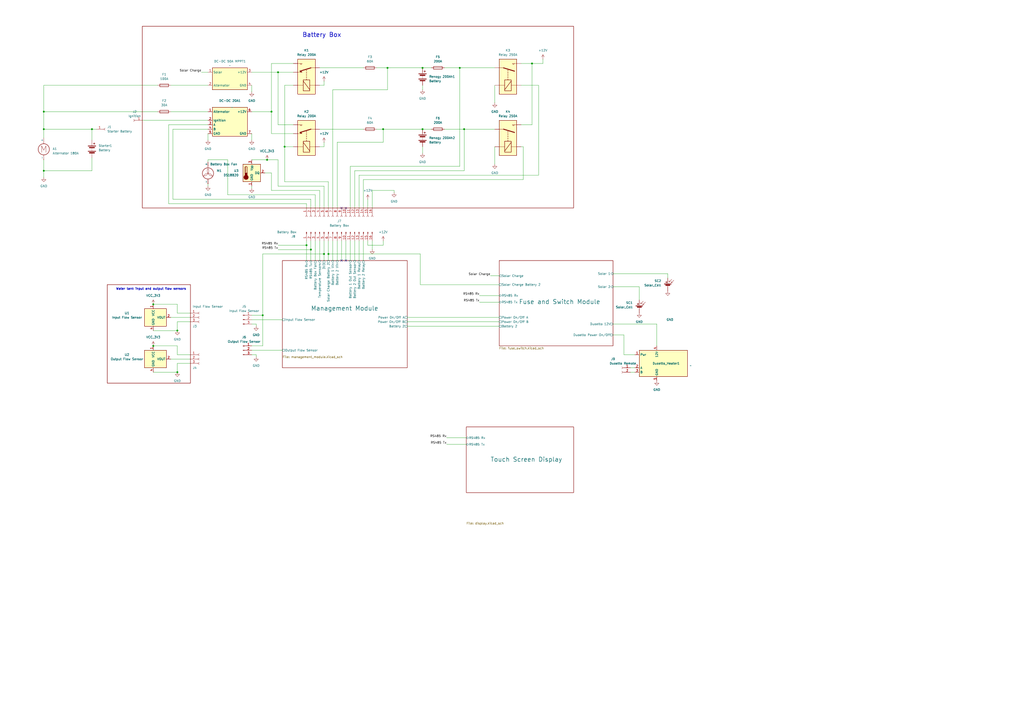
<source format=kicad_sch>
(kicad_sch (version 20250114) (generator "eeschema") (generator_version "9.0")
  (paper "A2")
  (lib_symbols
    (symbol "Conn_01x02_Socket_2" (pin_names (offset 1.016) (hide yes))
      (property "Reference" "J" (at 0 2.54 0))
      (property "Value" "Conn_01x02_Socket" (at 0 -5.08 0))
      (symbol "Conn_01x02_Socket_2_1_1"
        (polyline (pts (xy -1.27 0) (xy -0.508 0)) (stroke (width 0.1524)))
        (polyline (pts (xy -1.27 -2.54) (xy -0.508 -2.54)) (stroke (width 0.1524)))
        (arc (start 0 -0.508) (mid -0.5058 0) (end 0 0.508) (stroke (width 0.1524)))
        (arc (start 0 -3.048) (mid -0.5058 -2.54) (end 0 -2.032) (stroke (width 0.1524)))
        (pin passive line (at -5.08 0 0) (length 3.81) (name "Pin_1") (number "1"))
        (pin passive line (at -5.08 -2.54 0) (length 3.81) (name "Pin_2") (number "2"))
      )
    )
    (symbol "Connector:Conn_01x01_Socket" (pin_names (offset 1.016) (hide yes))
      (property "Reference" "J" (at 0 2.54 0))
      (property "Value" "Conn_01x01_Socket" (at 0 -2.54 0))
      (symbol "Conn_01x01_Socket_1_1"
        (polyline (pts (xy -1.27 0) (xy -0.508 0)) (stroke (width 0.1524)))
        (arc (start 0 -0.508) (mid -0.5058 0) (end 0 0.508) (stroke (width 0.1524)))
        (pin passive line (at -5.08 0 0) (length 3.81) (name "Pin_1") (number "1"))
      )
    )
    (symbol "Connector:Conn_01x03_Pin" (pin_names (offset 1.016) (hide yes))
      (property "Reference" "J" (at 0 5.08 0))
      (property "Value" "Conn_01x03_Pin" (at 0 -5.08 0))
      (symbol "Conn_01x03_Pin_1_1"
        (rectangle (start 0.8636 2.667) (end 0 2.413) (stroke (width 0.1524)) (fill (type outline)))
        (rectangle (start 0.8636 0.127) (end 0 -0.127) (stroke (width 0.1524)) (fill (type outline)))
        (rectangle (start 0.8636 -2.413) (end 0 -2.667) (stroke (width 0.1524)) (fill (type outline)))
        (polyline (pts (xy 1.27 2.54) (xy 0.8636 2.54)) (stroke (width 0.1524)))
        (polyline (pts (xy 1.27 0) (xy 0.8636 0)) (stroke (width 0.1524)))
        (polyline (pts (xy 1.27 -2.54) (xy 0.8636 -2.54)) (stroke (width 0.1524)))
        (pin passive line (at 5.08 2.54 180) (length 3.81) (name "Pin_1") (number "1"))
        (pin passive line (at 5.08 0 180) (length 3.81) (name "Pin_2") (number "2"))
        (pin passive line (at 5.08 -2.54 180) (length 3.81) (name "Pin_3") (number "3"))
      )
    )
    (symbol "Connector:Conn_01x03_Socket" (pin_names (offset 1.016) (hide yes))
      (property "Reference" "J" (at 0 5.08 0))
      (property "Value" "Conn_01x03_Socket" (at 0 -5.08 0))
      (symbol "Conn_01x03_Socket_1_1"
        (polyline (pts (xy -1.27 2.54) (xy -0.508 2.54)) (stroke (width 0.1524)))
        (polyline (pts (xy -1.27 0) (xy -0.508 0)) (stroke (width 0.1524)))
        (polyline (pts (xy -1.27 -2.54) (xy -0.508 -2.54)) (stroke (width 0.1524)))
        (arc (start 0 2.032) (mid -0.5058 2.54) (end 0 3.048) (stroke (width 0.1524)))
        (arc (start 0 -0.508) (mid -0.5058 0) (end 0 0.508) (stroke (width 0.1524)))
        (arc (start 0 -3.048) (mid -0.5058 -2.54) (end 0 -2.032) (stroke (width 0.1524)))
        (pin passive line (at -5.08 2.54 0) (length 3.81) (name "Pin_1") (number "1"))
        (pin passive line (at -5.08 0 0) (length 3.81) (name "Pin_2") (number "2"))
        (pin passive line (at -5.08 -2.54 0) (length 3.81) (name "Pin_3") (number "3"))
      )
    )
    (symbol "Connector:Conn_01x16_Pin" (pin_names (offset 1.016) (hide yes))
      (property "Reference" "J" (at 0 20.32 0))
      (property "Value" "Conn_01x16_Pin" (at 0 -22.86 0))
      (symbol "Conn_01x16_Pin_1_1"
        (rectangle (start 0.8636 17.907) (end 0 17.653) (stroke (width 0.1524)) (fill (type outline)))
        (rectangle (start 0.8636 15.367) (end 0 15.113) (stroke (width 0.1524)) (fill (type outline)))
        (rectangle (start 0.8636 12.827) (end 0 12.573) (stroke (width 0.1524)) (fill (type outline)))
        (rectangle (start 0.8636 10.287) (end 0 10.033) (stroke (width 0.1524)) (fill (type outline)))
        (rectangle (start 0.8636 7.747) (end 0 7.493) (stroke (width 0.1524)) (fill (type outline)))
        (rectangle (start 0.8636 5.207) (end 0 4.953) (stroke (width 0.1524)) (fill (type outline)))
        (rectangle (start 0.8636 2.667) (end 0 2.413) (stroke (width 0.1524)) (fill (type outline)))
        (rectangle (start 0.8636 0.127) (end 0 -0.127) (stroke (width 0.1524)) (fill (type outline)))
        (rectangle (start 0.8636 -2.413) (end 0 -2.667) (stroke (width 0.1524)) (fill (type outline)))
        (rectangle (start 0.8636 -4.953) (end 0 -5.207) (stroke (width 0.1524)) (fill (type outline)))
        (rectangle (start 0.8636 -7.493) (end 0 -7.747) (stroke (width 0.1524)) (fill (type outline)))
        (rectangle (start 0.8636 -10.033) (end 0 -10.287) (stroke (width 0.1524)) (fill (type outline)))
        (rectangle (start 0.8636 -12.573) (end 0 -12.827) (stroke (width 0.1524)) (fill (type outline)))
        (rectangle (start 0.8636 -15.113) (end 0 -15.367) (stroke (width 0.1524)) (fill (type outline)))
        (rectangle (start 0.8636 -17.653) (end 0 -17.907) (stroke (width 0.1524)) (fill (type outline)))
        (rectangle (start 0.8636 -20.193) (end 0 -20.447) (stroke (width 0.1524)) (fill (type outline)))
        (polyline (pts (xy 1.27 17.78) (xy 0.8636 17.78)) (stroke (width 0.1524)))
        (polyline (pts (xy 1.27 15.24) (xy 0.8636 15.24)) (stroke (width 0.1524)))
        (polyline (pts (xy 1.27 12.7) (xy 0.8636 12.7)) (stroke (width 0.1524)))
        (polyline (pts (xy 1.27 10.16) (xy 0.8636 10.16)) (stroke (width 0.1524)))
        (polyline (pts (xy 1.27 7.62) (xy 0.8636 7.62)) (stroke (width 0.1524)))
        (polyline (pts (xy 1.27 5.08) (xy 0.8636 5.08)) (stroke (width 0.1524)))
        (polyline (pts (xy 1.27 2.54) (xy 0.8636 2.54)) (stroke (width 0.1524)))
        (polyline (pts (xy 1.27 0) (xy 0.8636 0)) (stroke (width 0.1524)))
        (polyline (pts (xy 1.27 -2.54) (xy 0.8636 -2.54)) (stroke (width 0.1524)))
        (polyline (pts (xy 1.27 -5.08) (xy 0.8636 -5.08)) (stroke (width 0.1524)))
        (polyline (pts (xy 1.27 -7.62) (xy 0.8636 -7.62)) (stroke (width 0.1524)))
        (polyline (pts (xy 1.27 -10.16) (xy 0.8636 -10.16)) (stroke (width 0.1524)))
        (polyline (pts (xy 1.27 -12.7) (xy 0.8636 -12.7)) (stroke (width 0.1524)))
        (polyline (pts (xy 1.27 -15.24) (xy 0.8636 -15.24)) (stroke (width 0.1524)))
        (polyline (pts (xy 1.27 -17.78) (xy 0.8636 -17.78)) (stroke (width 0.1524)))
        (polyline (pts (xy 1.27 -20.32) (xy 0.8636 -20.32)) (stroke (width 0.1524)))
        (pin passive line (at 5.08 17.78 180) (length 3.81) (name "Pin_1") (number "1"))
        (pin passive line (at 5.08 15.24 180) (length 3.81) (name "Pin_2") (number "2"))
        (pin passive line (at 5.08 12.7 180) (length 3.81) (name "Pin_3") (number "3"))
        (pin passive line (at 5.08 10.16 180) (length 3.81) (name "Pin_4") (number "4"))
        (pin passive line (at 5.08 7.62 180) (length 3.81) (name "Pin_5") (number "5"))
        (pin passive line (at 5.08 5.08 180) (length 3.81) (name "Pin_6") (number "6"))
        (pin passive line (at 5.08 2.54 180) (length 3.81) (name "Pin_7") (number "7"))
        (pin passive line (at 5.08 0 180) (length 3.81) (name "Pin_8") (number "8"))
        (pin passive line (at 5.08 -2.54 180) (length 3.81) (name "Pin_9") (number "9"))
        (pin passive line (at 5.08 -5.08 180) (length 3.81) (name "Pin_10") (number "10"))
        (pin passive line (at 5.08 -7.62 180) (length 3.81) (name "Pin_11") (number "11"))
        (pin passive line (at 5.08 -10.16 180) (length 3.81) (name "Pin_12") (number "12"))
        (pin passive line (at 5.08 -12.7 180) (length 3.81) (name "Pin_13") (number "13"))
        (pin passive line (at 5.08 -15.24 180) (length 3.81) (name "Pin_14") (number "14"))
        (pin passive line (at 5.08 -17.78 180) (length 3.81) (name "Pin_15") (number "15"))
        (pin passive line (at 5.08 -20.32 180) (length 3.81) (name "Pin_16") (number "16"))
      )
    )
    (symbol "Connector:Conn_01x16_Socket" (pin_names (offset 1.016) (hide yes))
      (property "Reference" "J" (at 0 20.32 0))
      (property "Value" "Conn_01x16_Socket" (at 0 -22.86 0))
      (symbol "Conn_01x16_Socket_1_1"
        (polyline (pts (xy -1.27 17.78) (xy -0.508 17.78)) (stroke (width 0.1524)))
        (polyline (pts (xy -1.27 15.24) (xy -0.508 15.24)) (stroke (width 0.1524)))
        (polyline (pts (xy -1.27 12.7) (xy -0.508 12.7)) (stroke (width 0.1524)))
        (polyline (pts (xy -1.27 10.16) (xy -0.508 10.16)) (stroke (width 0.1524)))
        (polyline (pts (xy -1.27 7.62) (xy -0.508 7.62)) (stroke (width 0.1524)))
        (polyline (pts (xy -1.27 5.08) (xy -0.508 5.08)) (stroke (width 0.1524)))
        (polyline (pts (xy -1.27 2.54) (xy -0.508 2.54)) (stroke (width 0.1524)))
        (polyline (pts (xy -1.27 0) (xy -0.508 0)) (stroke (width 0.1524)))
        (polyline (pts (xy -1.27 -2.54) (xy -0.508 -2.54)) (stroke (width 0.1524)))
        (polyline (pts (xy -1.27 -5.08) (xy -0.508 -5.08)) (stroke (width 0.1524)))
        (polyline (pts (xy -1.27 -7.62) (xy -0.508 -7.62)) (stroke (width 0.1524)))
        (polyline (pts (xy -1.27 -10.16) (xy -0.508 -10.16)) (stroke (width 0.1524)))
        (polyline (pts (xy -1.27 -12.7) (xy -0.508 -12.7)) (stroke (width 0.1524)))
        (polyline (pts (xy -1.27 -15.24) (xy -0.508 -15.24)) (stroke (width 0.1524)))
        (polyline (pts (xy -1.27 -17.78) (xy -0.508 -17.78)) (stroke (width 0.1524)))
        (polyline (pts (xy -1.27 -20.32) (xy -0.508 -20.32)) (stroke (width 0.1524)))
        (arc (start 0 17.272) (mid -0.5058 17.78) (end 0 18.288) (stroke (width 0.1524)))
        (arc (start 0 14.732) (mid -0.5058 15.24) (end 0 15.748) (stroke (width 0.1524)))
        (arc (start 0 12.192) (mid -0.5058 12.7) (end 0 13.208) (stroke (width 0.1524)))
        (arc (start 0 9.652) (mid -0.5058 10.16) (end 0 10.668) (stroke (width 0.1524)))
        (arc (start 0 7.112) (mid -0.5058 7.62) (end 0 8.128) (stroke (width 0.1524)))
        (arc (start 0 4.572) (mid -0.5058 5.08) (end 0 5.588) (stroke (width 0.1524)))
        (arc (start 0 2.032) (mid -0.5058 2.54) (end 0 3.048) (stroke (width 0.1524)))
        (arc (start 0 -0.508) (mid -0.5058 0) (end 0 0.508) (stroke (width 0.1524)))
        (arc (start 0 -3.048) (mid -0.5058 -2.54) (end 0 -2.032) (stroke (width 0.1524)))
        (arc (start 0 -5.588) (mid -0.5058 -5.08) (end 0 -4.572) (stroke (width 0.1524)))
        (arc (start 0 -8.128) (mid -0.5058 -7.62) (end 0 -7.112) (stroke (width 0.1524)))
        (arc (start 0 -10.668) (mid -0.5058 -10.16) (end 0 -9.652) (stroke (width 0.1524)))
        (arc (start 0 -13.208) (mid -0.5058 -12.7) (end 0 -12.192) (stroke (width 0.1524)))
        (arc (start 0 -15.748) (mid -0.5058 -15.24) (end 0 -14.732) (stroke (width 0.1524)))
        (arc (start 0 -18.288) (mid -0.5058 -17.78) (end 0 -17.272) (stroke (width 0.1524)))
        (arc (start 0 -20.828) (mid -0.5058 -20.32) (end 0 -19.812) (stroke (width 0.1524)))
        (pin passive line (at -5.08 17.78 0) (length 3.81) (name "Pin_1") (number "1"))
        (pin passive line (at -5.08 15.24 0) (length 3.81) (name "Pin_2") (number "2"))
        (pin passive line (at -5.08 12.7 0) (length 3.81) (name "Pin_3") (number "3"))
        (pin passive line (at -5.08 10.16 0) (length 3.81) (name "Pin_4") (number "4"))
        (pin passive line (at -5.08 7.62 0) (length 3.81) (name "Pin_5") (number "5"))
        (pin passive line (at -5.08 5.08 0) (length 3.81) (name "Pin_6") (number "6"))
        (pin passive line (at -5.08 2.54 0) (length 3.81) (name "Pin_7") (number "7"))
        (pin passive line (at -5.08 0 0) (length 3.81) (name "Pin_8") (number "8"))
        (pin passive line (at -5.08 -2.54 0) (length 3.81) (name "Pin_9") (number "9"))
        (pin passive line (at -5.08 -5.08 0) (length 3.81) (name "Pin_10") (number "10"))
        (pin passive line (at -5.08 -7.62 0) (length 3.81) (name "Pin_11") (number "11"))
        (pin passive line (at -5.08 -10.16 0) (length 3.81) (name "Pin_12") (number "12"))
        (pin passive line (at -5.08 -12.7 0) (length 3.81) (name "Pin_13") (number "13"))
        (pin passive line (at -5.08 -15.24 0) (length 3.81) (name "Pin_14") (number "14"))
        (pin passive line (at -5.08 -17.78 0) (length 3.81) (name "Pin_15") (number "15"))
        (pin passive line (at -5.08 -20.32 0) (length 3.81) (name "Pin_16") (number "16"))
      )
    )
    (symbol "Device:Battery" (pin_numbers (hide yes)) (pin_names (offset 0) (hide yes))
      (property "Reference" "BT" (at 2.54 2.54 0))
      (property "Value" "Battery" (at 2.54 0 0))
      (symbol "Battery_0_1"
        (rectangle (start -2.286 1.778) (end 2.286 1.524) (fill (type outline)))
        (rectangle (start -2.286 -1.27) (end 2.286 -1.524) (fill (type outline)))
        (rectangle (start -1.524 1.016) (end 1.524 0.508) (fill (type outline)))
        (rectangle (start -1.524 -2.032) (end 1.524 -2.54) (fill (type outline)))
        (polyline (pts (xy 0 1.778) (xy 0 2.54)))
        (polyline (pts (xy 0 0) (xy 0 0.254)))
        (polyline (pts (xy 0 -0.508) (xy 0 -0.254)))
        (polyline (pts (xy 0 -1.016) (xy 0 -0.762)))
        (polyline (pts (xy 0.762 3.048) (xy 1.778 3.048)) (stroke (width 0.254)))
        (polyline (pts (xy 1.27 3.556) (xy 1.27 2.54)) (stroke (width 0.254)))
      )
      (symbol "Battery_1_1"
        (pin passive line (at 0 5.08 270) (length 2.54) (name "+") (number "1"))
        (pin passive line (at 0 -5.08 90) (length 2.54) (name "-") (number "2"))
      )
    )
    (symbol "Device:Fuse" (pin_numbers (hide yes)) (pin_names (offset 0))
      (property "Reference" "F" (at 2.032 0 90))
      (property "Value" "Fuse" (at -1.905 0 90))
      (symbol "Fuse_0_1"
        (rectangle (start -0.762 -2.54) (end 0.762 2.54) (stroke (width 0.254)))
        (polyline (pts (xy 0 2.54) (xy 0 -2.54)))
      )
      (symbol "Fuse_1_1"
        (pin passive line (at 0 3.81 270) (length 1.27) (name "~") (number "1"))
        (pin passive line (at 0 -3.81 90) (length 1.27) (name "~") (number "2"))
      )
    )
    (symbol "Device:Solar_Cell" (pin_numbers (hide yes)) (pin_names (offset 0) (hide yes))
      (property "Reference" "SC" (at 2.54 2.54 0))
      (property "Value" "Solar_Cell" (at 2.54 0 0))
      (symbol "Solar_Cell_0_1"
        (polyline (pts (xy -2.032 3.048) (xy -2.032 2.286) (xy -2.794 2.286)))
        (polyline (pts (xy -2.032 2.286) (xy -3.556 3.81)))
        (rectangle (start -2.032 1.778) (end 2.032 1.524) (fill (type outline)))
        (rectangle (start -1.3208 1.1938) (end 1.27 0.6858) (fill (type outline)))
        (polyline (pts (xy -0.762 3.556) (xy -0.762 2.794) (xy -1.524 2.794)))
        (polyline (pts (xy -0.762 2.794) (xy -2.286 4.318)))
        (polyline (pts (xy 0 1.778) (xy 0 2.54)))
        (polyline (pts (xy 0 0.762) (xy 0 0)))
        (polyline (pts (xy 0.254 2.667) (xy 1.27 2.667)) (stroke (width 0.254)))
        (polyline (pts (xy 0.762 3.175) (xy 0.762 2.159)) (stroke (width 0.254)))
      )
      (symbol "Solar_Cell_1_1"
        (pin passive line (at 0 5.08 270) (length 2.54) (name "+") (number "1"))
        (pin passive line (at 0 -2.54 90) (length 2.54) (name "-") (number "2"))
      )
    )
    (symbol "Motor:Fan" (pin_numbers (hide yes)) (pin_names (offset 0))
      (property "Reference" "M" (at 2.54 5.08 0))
      (property "Value" "Fan" (at 2.54 -2.54 0))
      (symbol "Fan_0_1"
        (arc (start 0 3.81) (mid -0.0015 0.9048) (end -2.54 -0.508))
        (polyline (pts (xy 0 4.572) (xy 0 5.08)))
        (polyline (pts (xy 0 4.2672) (xy 0 4.6228)))
        (circle (center 0 1.016) (radius 3.2512) (stroke (width 0.254)))
        (arc (start -2.54 -0.508) (mid 0 1.0618) (end 2.54 -0.508))
        (polyline (pts (xy 0 -2.2352) (xy 0 -2.6416)))
        (polyline (pts (xy 0 -5.08) (xy 0 -4.572)))
        (arc (start 2.54 -0.508) (mid 0.047 0.9315) (end 0 3.81))
      )
      (symbol "Fan_1_1"
        (pin passive line (at 0 7.62 270) (length 2.54) (name "+") (number "1"))
        (pin passive line (at 0 -5.08 90) (length 2.54) (name "-") (number "2"))
      )
    )
    (symbol "Motor:Motor_DC" (pin_numbers (hide yes)) (pin_names (offset 0))
      (property "Reference" "M" (at 2.54 2.54 0))
      (property "Value" "Motor_DC" (at 2.54 -5.08 0))
      (symbol "Motor_DC_0_0"
        (polyline (pts (xy -1.27 -3.302) (xy -1.27 0.508) (xy 0 -2.032) (xy 1.27 0.508) (xy 1.27 -3.302)))
      )
      (symbol "Motor_DC_0_1"
        (polyline (pts (xy 0 2.032) (xy 0 2.54)))
        (polyline (pts (xy 0 1.7272) (xy 0 2.0828)))
        (circle (center 0 -1.524) (radius 3.2512) (stroke (width 0.254)))
        (polyline (pts (xy 0 -4.7752) (xy 0 -5.1816)))
        (polyline (pts (xy 0 -7.62) (xy 0 -7.112)))
      )
      (symbol "Motor_DC_1_1"
        (pin passive line (at 0 5.08 270) (length 2.54) (name "+") (number "1"))
        (pin passive line (at 0 -7.62 90) (length 2.54) (name "-") (number "2"))
      )
    )
    (symbol "Relay:Relay_SPDT" (pin_numbers (hide yes))
      (property "Reference" "K" (at 11.43 3.81 0))
      (property "Value" "Relay_SPDT" (at 11.43 1.27 0))
      (symbol "Relay_SPDT_0_0"
        (polyline (pts (xy 7.62 5.08) (xy 7.62 2.54) (xy 6.985 3.175) (xy 7.62 3.81)))
      )
      (symbol "Relay_SPDT_0_1"
        (rectangle (start -10.16 5.08) (end 10.16 -5.08) (stroke (width 0.254)) (fill (type background)))
        (rectangle (start -8.255 1.905) (end -1.905 -1.905) (stroke (width 0.254)))
        (polyline (pts (xy -7.62 -1.905) (xy -2.54 1.905)) (stroke (width 0.254)))
        (polyline (pts (xy -5.08 5.08) (xy -5.08 1.905)))
        (polyline (pts (xy -5.08 -5.08) (xy -5.08 -1.905)))
        (polyline (pts (xy -1.905 0) (xy -1.27 0)) (stroke (width 0.254)))
        (polyline (pts (xy -0.635 0) (xy 0 0)) (stroke (width 0.254)))
        (polyline (pts (xy 0.635 0) (xy 1.27 0)) (stroke (width 0.254)))
        (polyline (pts (xy 1.905 0) (xy 2.54 0)) (stroke (width 0.254)))
        (polyline (pts (xy 2.54 5.08) (xy 2.54 2.54) (xy 3.175 3.175) (xy 2.54 3.81)) (fill (type outline)))
        (polyline (pts (xy 3.175 0) (xy 3.81 0)) (stroke (width 0.254)))
        (polyline (pts (xy 5.08 -2.54) (xy 3.175 3.81)) (stroke (width 0.508)))
        (polyline (pts (xy 5.08 -2.54) (xy 5.08 -5.08)))
      )
      (symbol "Relay_SPDT_1_1"
        (pin passive line (at -5.08 7.62 270) (length 2.54) (name "~") (number "A1"))
        (pin passive line (at -5.08 -7.62 90) (length 2.54) (name "~") (number "A2"))
        (pin passive line (at 2.54 7.62 270) (length 2.54) (name "~") (number "12"))
        (pin passive line (at 5.08 -7.62 90) (length 2.54) (name "~") (number "11"))
        (pin passive line (at 7.62 7.62 270) (length 2.54) (name "~") (number "14"))
      )
    )
    (symbol "Relay:Relay_SPST-NO" (pin_numbers (hide yes))
      (property "Reference" "K" (at 11.43 3.81 0))
      (property "Value" "Relay_SPST-NO" (at 11.43 1.27 0))
      (symbol "Relay_SPST-NO_0_0"
        (polyline (pts (xy 7.62 5.08) (xy 7.62 2.54) (xy 6.985 3.175) (xy 7.62 3.81)))
      )
      (symbol "Relay_SPST-NO_0_1"
        (rectangle (start -10.16 5.08) (end 10.16 -5.08) (stroke (width 0.254)) (fill (type background)))
        (rectangle (start -8.255 1.905) (end -1.905 -1.905) (stroke (width 0.254)))
        (polyline (pts (xy -7.62 -1.905) (xy -2.54 1.905)) (stroke (width 0.254)))
        (polyline (pts (xy -5.08 5.08) (xy -5.08 1.905)))
        (polyline (pts (xy -5.08 -5.08) (xy -5.08 -1.905)))
        (polyline (pts (xy -1.905 0) (xy -1.27 0)) (stroke (width 0.254)))
        (polyline (pts (xy -0.635 0) (xy 0 0)) (stroke (width 0.254)))
        (polyline (pts (xy 0.635 0) (xy 1.27 0)) (stroke (width 0.254)))
        (polyline (pts (xy 1.905 0) (xy 2.54 0)) (stroke (width 0.254)))
        (polyline (pts (xy 3.175 0) (xy 3.81 0)) (stroke (width 0.254)))
        (polyline (pts (xy 5.08 -2.54) (xy 3.175 3.81)) (stroke (width 0.508)))
        (polyline (pts (xy 5.08 -2.54) (xy 5.08 -5.08)))
      )
      (symbol "Relay_SPST-NO_1_1"
        (pin passive line (at -5.08 7.62 270) (length 2.54) (name "~") (number "A1"))
        (pin passive line (at -5.08 -7.62 90) (length 2.54) (name "~") (number "A2"))
        (pin passive line (at 5.08 -7.62 90) (length 2.54) (name "~") (number "13"))
        (pin passive line (at 7.62 7.62 270) (length 2.54) (name "~") (number "14"))
      )
    )
    (symbol "Relay_SPDT_1" (pin_numbers (hide yes))
      (property "Reference" "K" (at 11.43 3.81 0))
      (property "Value" "Relay_SPDT" (at 11.43 1.27 0))
      (symbol "Relay_SPDT_1_0_0"
        (polyline (pts (xy 7.62 5.08) (xy 7.62 2.54) (xy 6.985 3.175) (xy 7.62 3.81)))
      )
      (symbol "Relay_SPDT_1_0_1"
        (rectangle (start -10.16 5.08) (end 10.16 -5.08) (stroke (width 0.254)) (fill (type background)))
        (rectangle (start -8.255 1.905) (end -1.905 -1.905) (stroke (width 0.254)))
        (polyline (pts (xy -7.62 -1.905) (xy -2.54 1.905)) (stroke (width 0.254)))
        (polyline (pts (xy -5.08 5.08) (xy -5.08 1.905)))
        (polyline (pts (xy -5.08 -5.08) (xy -5.08 -1.905)))
        (polyline (pts (xy -1.905 0) (xy -1.27 0)) (stroke (width 0.254)))
        (polyline (pts (xy -0.635 0) (xy 0 0)) (stroke (width 0.254)))
        (polyline (pts (xy 0.635 0) (xy 1.27 0)) (stroke (width 0.254)))
        (polyline (pts (xy 1.905 0) (xy 2.54 0)) (stroke (width 0.254)))
        (polyline (pts (xy 2.54 5.08) (xy 2.54 2.54) (xy 3.175 3.175) (xy 2.54 3.81)) (fill (type outline)))
        (polyline (pts (xy 3.175 0) (xy 3.81 0)) (stroke (width 0.254)))
        (polyline (pts (xy 5.08 -2.54) (xy 3.175 3.81)) (stroke (width 0.508)))
        (polyline (pts (xy 5.08 -2.54) (xy 5.08 -5.08)))
      )
      (symbol "Relay_SPDT_1_1_1"
        (pin passive line (at -5.08 7.62 270) (length 2.54) (name "~") (number "A1"))
        (pin passive line (at -5.08 -7.62 90) (length 2.54) (name "~") (number "A2"))
        (pin passive line (at 2.54 7.62 270) (length 2.54) (name "~") (number "12"))
        (pin passive line (at 5.08 -7.62 90) (length 2.54) (name "~") (number "11"))
        (pin passive line (at 7.62 7.62 270) (length 2.54) (name "~") (number "14"))
      )
    )
    (symbol "Sensor_Current:A1363xKTTN-1"
      (property "Reference" "U" (at 8.89 6.35 0))
      (property "Value" "A1363xKTTN-1" (at 8.89 3.81 0))
      (symbol "A1363xKTTN-1_0_1"
        (rectangle (start -5.08 5.08) (end 7.62 -5.08) (stroke (width 0.254)) (fill (type background)))
      )
      (symbol "A1363xKTTN-1_1_1"
        (pin power_in line (at 0 7.62 270) (length 2.54) (name "VCC") (number "1"))
        (pin power_in line (at 0 -7.62 90) (length 2.54) (name "GND") (number "4"))
        (pin no_connect line (at 7.62 -2.54 180) (length 2.54) (hide yes) (name "NC") (number "3"))
        (pin output line (at 10.16 0 180) (length 2.54) (name "VOUT") (number "2"))
      )
    )
    (symbol "Sensor_Temperature:DS18B20"
      (property "Reference" "U" (at -3.81 6.35 0))
      (property "Value" "DS18B20" (at 6.35 6.35 0))
      (symbol "DS18B20_0_1"
        (rectangle (start -5.08 5.08) (end 5.08 -5.08) (stroke (width 0.254)) (fill (type background)))
        (polyline (pts (xy -3.937 3.175) (xy -3.937 0)) (stroke (width 0.254)))
        (polyline (pts (xy -3.937 3.175) (xy -3.302 3.175)) (stroke (width 0.254)))
        (polyline (pts (xy -3.937 2.54) (xy -3.302 2.54)) (stroke (width 0.254)))
        (polyline (pts (xy -3.937 1.905) (xy -3.302 1.905)) (stroke (width 0.254)))
        (polyline (pts (xy -3.937 1.27) (xy -3.302 1.27)) (stroke (width 0.254)))
        (polyline (pts (xy -3.937 0.635) (xy -3.302 0.635)) (stroke (width 0.254)))
        (arc (start -3.937 3.175) (mid -3.302 3.8073) (end -2.667 3.175) (stroke (width 0.254)))
        (circle (center -3.302 -2.54) (radius 1.27) (stroke (width 0.254)) (fill (type outline)))
        (polyline (pts (xy -2.667 3.175) (xy -2.667 0)) (stroke (width 0.254)))
        (rectangle (start -2.667 -1.905) (end -3.937 0) (stroke (width 0.254)) (fill (type outline)))
      )
      (symbol "DS18B20_1_1"
        (pin power_in line (at 0 7.62 270) (length 2.54) (name "V_{DD}") (number "3"))
        (pin power_in line (at 0 -7.62 90) (length 2.54) (name "GND") (number "1"))
        (pin bidirectional line (at 7.62 0 180) (length 2.54) (name "DQ") (number "2"))
      )
    )
    (symbol "camper_van:DC-DC_20A"
      (property "Reference" "DC-DC 20A1" (at -2.54 3.81 0))
      (property "Value" "~" (at -1.27 0 0))
      (symbol "DC-DC_20A_0_1"
        (rectangle (start -12.7 0) (end 7.62 -16.764) (stroke (width 0.254)) (fill (type background)))
      )
      (symbol "DC-DC_20A_1_1"
        (pin output line (at -15.24 -2.54 0) (length 2.54) (name "Alternator") (number "1"))
        (pin input line (at -15.24 -7.62 0) (length 2.54) (name "Ignition") (number "2"))
        (pin output line (at -15.24 -10.16 0) (length 2.54) (name "A") (number "3"))
        (pin input line (at -15.24 -12.7 0) (length 2.54) (name "B") (number "4"))
        (pin power_in line (at -15.24 -15.24 0) (length 2.54) (name "GND") (number "5"))
        (pin power_out line (at 10.16 -2.54 180) (length 2.54) (name "+12V") (number "6"))
        (pin input line (at 10.16 -15.24 180) (length 2.54) (name "GND") (number "7"))
      )
    )
    (symbol "camper_van:DC-DC_IP67_50A"
      (property "Reference" "DC-DC 50A MPPT1" (at -1.27 2.54 0))
      (property "Value" "~" (at -1.27 0 0))
      (symbol "DC-DC_IP67_50A_0_1"
        (rectangle (start -11.43 -1.27) (end 8.89 -13.97) (stroke (width 0.254)) (fill (type background)))
      )
      (symbol "DC-DC_IP67_50A_1_1"
        (pin input line (at -13.97 -3.81 0) (length 2.54) (name "Solar") (number "1"))
        (pin input line (at -13.97 -11.43 0) (length 2.54) (name "Alternator") (number "2"))
        (pin power_out line (at 11.43 -3.81 180) (length 2.54) (name "+12V") (number "3"))
        (pin input line (at 11.43 -11.43 180) (length 2.54) (name "GND") (number "4"))
      )
    )
    (symbol "camper_van:Duoetto"
      (property "Reference" "Duoetto Heater1" (at 5.08 0 0))
      (property "Value" "~" (at 26.67 -1.27 0))
      (symbol "Duoetto_0_1"
        (rectangle (start -2.54 7.62) (end 25.4 -7.62) (stroke (width 0.254)) (fill (type background)))
      )
      (symbol "Duoetto_1_1"
        (pin input line (at -5.08 5.08 0) (length 2.54) (name "Pwr") (number "1"))
        (pin output line (at -5.08 -2.54 0) (length 2.54) (name "A") (number "2"))
        (pin input line (at -5.08 -5.08 0) (length 2.54) (name "B") (number "3"))
        (pin input line (at 7.62 10.16 270) (length 2.54) (name "12V") (number "4"))
        (pin power_in line (at 7.62 -10.16 90) (length 2.54) (name "GND") (number "5"))
      )
    )
    (symbol "power:+12V" (power) (pin_numbers (hide yes)) (pin_names (offset 0) (hide yes))
      (property "Value" "+12V" (at 0 3.556 0))
      (symbol "+12V_0_1"
        (polyline (pts (xy -0.762 1.27) (xy 0 2.54)))
        (polyline (pts (xy 0 2.54) (xy 0.762 1.27)))
        (polyline (pts (xy 0 0) (xy 0 2.54)))
      )
      (symbol "+12V_1_1"
        (pin power_in line (at 0 0 90) (length 0) (name "~") (number "1"))
      )
    )
    (symbol "power:+5V" (power) (pin_numbers (hide yes)) (pin_names (offset 0) (hide yes))
      (property "Value" "+5V" (at 0 3.556 0))
      (symbol "+5V_0_1"
        (polyline (pts (xy -0.762 1.27) (xy 0 2.54)))
        (polyline (pts (xy 0 2.54) (xy 0.762 1.27)))
        (polyline (pts (xy 0 0) (xy 0 2.54)))
      )
      (symbol "+5V_1_1"
        (pin power_in line (at 0 0 90) (length 0) (name "~") (number "1"))
      )
    )
    (symbol "power:GND" (power) (pin_numbers (hide yes)) (pin_names (offset 0) (hide yes))
      (property "Value" "GND" (at 0 -3.81 0))
      (symbol "GND_0_1"
        (polyline (pts (xy 0 0) (xy 0 -1.27) (xy 1.27 -1.27) (xy 0 -2.54) (xy -1.27 -1.27) (xy 0 -1.27)))
      )
      (symbol "GND_1_1"
        (pin power_in line (at 0 0 270) (length 0) (name "~") (number "1"))
      )
    )
  )
  (rectangle (start 62.23 165.1) (end 110.49 222.25) (stroke (width 0.254) (color 132 0 0 1)))
  (rectangle (start 82.55 15.24) (end 332.74 120.65) (stroke (width 0.254) (color 132 0 0 1)))
  (text "Battery Box" (at 186.69 20.32 0) (effects (font (size 2.54 2.54) (thickness 0.3175))))
  (text "Water tank input and output flow sensors" (at 87.63 167.64 0) (effects (font (size 1.27 1.27) (thickness 0.254) (bold yes))))
  (junction (at 269.24 74.93))
  (junction (at 177.8 142.24))
  (junction (at 157.48 64.77))
  (junction (at 25.4 74.93))
  (junction (at 53.34 74.93))
  (junction (at 245.11 74.93))
  (junction (at 88.9 176.53))
  (junction (at 161.29 41.91))
  (junction (at 180.34 144.78))
  (junction (at 165.1 85.09))
  (junction (at 102.87 191.77))
  (junction (at 222.25 74.93))
  (junction (at 190.5 147.32))
  (junction (at 102.87 215.9))
  (junction (at 187.96 147.32))
  (junction (at 224.79 39.37))
  (junction (at 25.4 64.77))
  (junction (at 308.61 36.83))
  (junction (at 88.9 200.66))
  (junction (at 25.4 99.06))
  (junction (at 154.94 92.71))
  (junction (at 152.4 182.88))
  (junction (at 245.11 39.37))
  (junction (at 266.7 39.37))
  (no_connect (at 200.66 120.65))
  (no_connect (at 198.12 120.65))
  (no_connect (at 200.66 151.13))
  (no_connect (at 198.12 151.13))
  (wire (pts (xy 110.49 184.15) (xy 99.06 184.15)))
  (wire (pts (xy 302.26 72.39) (xy 308.61 72.39)))
  (wire (pts (xy 203.2 120.65) (xy 203.2 96.52)))
  (wire (pts (xy 146.05 77.47) (xy 146.05 81.28)))
  (wire (pts (xy 152.4 182.88) (xy 152.4 200.66)))
  (wire (pts (xy 365.76 215.9) (xy 368.3 215.9)))
  (wire (pts (xy 146.05 182.88) (xy 152.4 182.88)))
  (wire (pts (xy 245.11 85.09) (xy 245.11 88.9)))
  (wire (pts (xy 215.9 110.49) (xy 215.9 120.65)))
  (wire (pts (xy 245.11 49.53) (xy 245.11 52.07)))
  (wire (pts (xy 120.65 106.68) (xy 120.65 107.95)))
  (wire (pts (xy 161.29 144.78) (xy 180.34 144.78)))
  (wire (pts (xy 185.42 139.7) (xy 185.42 151.13)))
  (wire (pts (xy 100.33 74.93) (xy 120.65 74.93)))
  (wire (pts (xy 148.59 205.74) (xy 148.59 207.01)))
  (wire (pts (xy 243.84 165.1) (xy 243.84 147.32)))
  (wire (pts (xy 97.79 72.39) (xy 120.65 72.39)))
  (wire (pts (xy 146.05 109.22) (xy 146.05 107.95)))
  (wire (pts (xy 182.88 113.03) (xy 182.88 120.65)))
  (wire (pts (xy 165.1 85.09) (xy 165.1 105.41)))
  (wire (pts (xy 165.1 49.53) (xy 165.1 85.09)))
  (wire (pts (xy 370.84 166.37) (xy 370.84 173.99)))
  (wire (pts (xy 53.34 74.93) (xy 53.34 81.28)))
  (wire (pts (xy 146.05 64.77) (xy 157.48 64.77)))
  (wire (pts (xy 146.05 200.66) (xy 152.4 200.66)))
  (wire (pts (xy 228.6 110.49) (xy 228.6 111.76)))
  (wire (pts (xy 303.53 85.09) (xy 303.53 104.14)))
  (wire (pts (xy 203.2 139.7) (xy 203.2 151.13)))
  (wire (pts (xy 361.95 205.74) (xy 368.3 205.74)))
  (wire (pts (xy 381 187.96) (xy 381 200.66)))
  (wire (pts (xy 236.22 184.15) (xy 289.56 184.15)))
  (wire (pts (xy 222.25 74.93) (xy 245.11 74.93)))
  (wire (pts (xy 154.94 92.71) (xy 161.29 92.71)))
  (wire (pts (xy 82.55 69.85) (xy 120.65 69.85)))
  (wire (pts (xy 193.04 52.07) (xy 224.79 52.07)))
  (wire (pts (xy 102.87 176.53) (xy 102.87 181.61)))
  (wire (pts (xy 259.08 254) (xy 270.51 254)))
  (wire (pts (xy 116.84 41.91) (xy 120.65 41.91)))
  (wire (pts (xy 215.9 110.49) (xy 228.6 110.49)))
  (wire (pts (xy 102.87 205.74) (xy 110.49 205.74)))
  (wire (pts (xy 165.1 49.53) (xy 170.18 49.53)))
  (wire (pts (xy 132.08 113.03) (xy 182.88 113.03)))
  (wire (pts (xy 157.48 64.77) (xy 157.48 77.47)))
  (wire (pts (xy 157.48 36.83) (xy 170.18 36.83)))
  (wire (pts (xy 210.82 139.7) (xy 210.82 151.13)))
  (wire (pts (xy 187.96 85.09) (xy 185.42 85.09)))
  (wire (pts (xy 205.74 120.65) (xy 205.74 99.06)))
  (wire (pts (xy 215.9 139.7) (xy 215.9 144.78)))
  (wire (pts (xy 190.5 147.32) (xy 190.5 151.13)))
  (wire (pts (xy 88.9 200.66) (xy 102.87 200.66)))
  (wire (pts (xy 146.05 185.42) (xy 163.83 185.42)))
  (wire (pts (xy 100.33 74.93) (xy 100.33 115.57)))
  (wire (pts (xy 205.74 99.06) (xy 269.24 99.06)))
  (wire (pts (xy 222.25 74.93) (xy 222.25 82.55)))
  (wire (pts (xy 120.65 92.71) (xy 120.65 93.98)))
  (wire (pts (xy 193.04 139.7) (xy 193.04 151.13)))
  (wire (pts (xy 190.5 139.7) (xy 190.5 147.32)))
  (wire (pts (xy 99.06 64.77) (xy 120.65 64.77)))
  (wire (pts (xy 99.06 208.28) (xy 110.49 208.28)))
  (wire (pts (xy 355.6 158.75) (xy 387.35 158.75)))
  (wire (pts (xy 193.04 120.65) (xy 193.04 52.07)))
  (wire (pts (xy 224.79 39.37) (xy 245.11 39.37)))
  (wire (pts (xy 222.25 142.24) (xy 222.25 139.7)))
  (wire (pts (xy 278.13 171.45) (xy 289.56 171.45)))
  (wire (pts (xy 185.42 110.49) (xy 185.42 120.65)))
  (wire (pts (xy 53.34 91.44) (xy 53.34 99.06)))
  (wire (pts (xy 236.22 189.23) (xy 289.56 189.23)))
  (wire (pts (xy 236.22 186.69) (xy 289.56 186.69)))
  (wire (pts (xy 250.19 74.93) (xy 245.11 74.93)))
  (wire (pts (xy 110.49 186.69) (xy 102.87 186.69)))
  (wire (pts (xy 187.96 139.7) (xy 187.96 147.32)))
  (wire (pts (xy 355.6 166.37) (xy 370.84 166.37)))
  (wire (pts (xy 224.79 52.07) (xy 224.79 39.37)))
  (wire (pts (xy 269.24 99.06) (xy 269.24 74.93)))
  (wire (pts (xy 259.08 257.81) (xy 270.51 257.81)))
  (wire (pts (xy 120.65 77.47) (xy 120.65 81.28)))
  (wire (pts (xy 25.4 92.71) (xy 25.4 99.06)))
  (wire (pts (xy 187.96 49.53) (xy 185.42 49.53)))
  (wire (pts (xy 218.44 74.93) (xy 222.25 74.93)))
  (wire (pts (xy 302.26 85.09) (xy 303.53 85.09)))
  (wire (pts (xy 102.87 200.66) (xy 102.87 205.74)))
  (wire (pts (xy 152.4 147.32) (xy 152.4 182.88)))
  (wire (pts (xy 88.9 215.9) (xy 102.87 215.9)))
  (wire (pts (xy 208.28 120.65) (xy 208.28 101.6)))
  (wire (pts (xy 208.28 101.6) (xy 312.42 101.6)))
  (wire (pts (xy 153.67 100.33) (xy 157.48 100.33)))
  (wire (pts (xy 195.58 82.55) (xy 222.25 82.55)))
  (wire (pts (xy 25.4 64.77) (xy 25.4 74.93)))
  (wire (pts (xy 187.96 107.95) (xy 187.96 120.65)))
  (wire (pts (xy 314.96 34.29) (xy 314.96 36.83)))
  (wire (pts (xy 289.56 160.02) (xy 284.48 160.02)))
  (wire (pts (xy 157.48 110.49) (xy 185.42 110.49)))
  (wire (pts (xy 257.81 74.93) (xy 269.24 74.93)))
  (wire (pts (xy 146.05 41.91) (xy 161.29 41.91)))
  (wire (pts (xy 312.42 49.53) (xy 312.42 101.6)))
  (wire (pts (xy 25.4 49.53) (xy 25.4 64.77)))
  (wire (pts (xy 100.33 115.57) (xy 180.34 115.57)))
  (wire (pts (xy 177.8 120.65) (xy 177.8 118.11)))
  (wire (pts (xy 213.36 115.57) (xy 213.36 120.65)))
  (wire (pts (xy 208.28 139.7) (xy 208.28 151.13)))
  (wire (pts (xy 213.36 139.7) (xy 213.36 142.24)))
  (wire (pts (xy 146.05 203.2) (xy 163.83 203.2)))
  (wire (pts (xy 146.05 49.53) (xy 146.05 53.34)))
  (wire (pts (xy 287.02 49.53) (xy 287.02 59.69)))
  (wire (pts (xy 157.48 100.33) (xy 157.48 110.49)))
  (wire (pts (xy 180.34 144.78) (xy 180.34 151.13)))
  (wire (pts (xy 177.8 142.24) (xy 177.8 151.13)))
  (wire (pts (xy 245.11 39.37) (xy 250.19 39.37)))
  (wire (pts (xy 146.05 187.96) (xy 148.59 187.96)))
  (wire (pts (xy 25.4 74.93) (xy 53.34 74.93)))
  (wire (pts (xy 187.96 147.32) (xy 152.4 147.32)))
  (wire (pts (xy 102.87 215.9) (xy 102.87 210.82)))
  (wire (pts (xy 165.1 105.41) (xy 190.5 105.41)))
  (wire (pts (xy 102.87 186.69) (xy 102.87 191.77)))
  (wire (pts (xy 278.13 175.26) (xy 289.56 175.26)))
  (wire (pts (xy 218.44 39.37) (xy 224.79 39.37)))
  (wire (pts (xy 102.87 210.82) (xy 110.49 210.82)))
  (wire (pts (xy 88.9 176.53) (xy 102.87 176.53)))
  (wire (pts (xy 120.65 92.71) (xy 132.08 92.71)))
  (wire (pts (xy 97.79 72.39) (xy 97.79 118.11)))
  (wire (pts (xy 185.42 39.37) (xy 210.82 39.37)))
  (wire (pts (xy 146.05 92.71) (xy 154.94 92.71)))
  (wire (pts (xy 182.88 139.7) (xy 182.88 151.13)))
  (wire (pts (xy 289.56 165.1) (xy 243.84 165.1)))
  (wire (pts (xy 102.87 181.61) (xy 110.49 181.61)))
  (wire (pts (xy 180.34 139.7) (xy 180.34 144.78)))
  (wire (pts (xy 180.34 120.65) (xy 180.34 115.57)))
  (wire (pts (xy 195.58 120.65) (xy 195.58 82.55)))
  (wire (pts (xy 53.34 74.93) (xy 55.88 74.93)))
  (wire (pts (xy 165.1 85.09) (xy 170.18 85.09)))
  (wire (pts (xy 355.6 187.96) (xy 381 187.96)))
  (wire (pts (xy 132.08 92.71) (xy 132.08 113.03)))
  (wire (pts (xy 25.4 49.53) (xy 91.44 49.53)))
  (wire (pts (xy 308.61 36.83) (xy 308.61 72.39)))
  (wire (pts (xy 187.96 147.32) (xy 187.96 151.13)))
  (wire (pts (xy 177.8 118.11) (xy 97.79 118.11)))
  (wire (pts (xy 161.29 142.24) (xy 177.8 142.24)))
  (wire (pts (xy 243.84 147.32) (xy 190.5 147.32)))
  (wire (pts (xy 266.7 39.37) (xy 266.7 96.52)))
  (wire (pts (xy 185.42 74.93) (xy 210.82 74.93)))
  (wire (pts (xy 203.2 96.52) (xy 266.7 96.52)))
  (wire (pts (xy 177.8 139.7) (xy 177.8 142.24)))
  (wire (pts (xy 157.48 77.47) (xy 170.18 77.47)))
  (wire (pts (xy 25.4 99.06) (xy 25.4 102.87)))
  (wire (pts (xy 302.26 36.83) (xy 308.61 36.83)))
  (wire (pts (xy 190.5 105.41) (xy 190.5 120.65)))
  (wire (pts (xy 157.48 36.83) (xy 157.48 64.77)))
  (wire (pts (xy 187.96 49.53) (xy 187.96 46.99)))
  (wire (pts (xy 266.7 39.37) (xy 287.02 39.37)))
  (wire (pts (xy 387.35 161.29) (xy 387.35 158.75)))
  (wire (pts (xy 91.44 64.77) (xy 25.4 64.77)))
  (wire (pts (xy 269.24 74.93) (xy 287.02 74.93)))
  (wire (pts (xy 148.59 189.23) (xy 148.59 187.96)))
  (wire (pts (xy 187.96 82.55) (xy 187.96 85.09)))
  (wire (pts (xy 205.74 139.7) (xy 205.74 151.13)))
  (wire (pts (xy 99.06 49.53) (xy 120.65 49.53)))
  (wire (pts (xy 287.02 85.09) (xy 287.02 95.25)))
  (wire (pts (xy 210.82 104.14) (xy 303.53 104.14)))
  (wire (pts (xy 102.87 191.77) (xy 88.9 191.77)))
  (wire (pts (xy 161.29 41.91) (xy 170.18 41.91)))
  (wire (pts (xy 200.66 139.7) (xy 200.66 151.13)))
  (wire (pts (xy 210.82 120.65) (xy 210.82 104.14)))
  (wire (pts (xy 146.05 205.74) (xy 148.59 205.74)))
  (wire (pts (xy 161.29 92.71) (xy 161.29 107.95)))
  (wire (pts (xy 302.26 49.53) (xy 312.42 49.53)))
  (wire (pts (xy 25.4 99.06) (xy 53.34 99.06)))
  (wire (pts (xy 161.29 41.91) (xy 161.29 72.39)))
  (wire (pts (xy 195.58 139.7) (xy 195.58 151.13)))
  (wire (pts (xy 355.6 194.31) (xy 361.95 194.31)))
  (wire (pts (xy 170.18 72.39) (xy 161.29 72.39)))
  (wire (pts (xy 308.61 36.83) (xy 314.96 36.83)))
  (wire (pts (xy 198.12 139.7) (xy 198.12 151.13)))
  (wire (pts (xy 161.29 107.95) (xy 187.96 107.95)))
  (wire (pts (xy 213.36 142.24) (xy 222.25 142.24)))
  (wire (pts (xy 361.95 194.31) (xy 361.95 205.74)))
  (wire (pts (xy 365.76 213.36) (xy 368.3 213.36)))
  (wire (pts (xy 25.4 74.93) (xy 25.4 80.01)))
  (wire (pts (xy 257.81 39.37) (xy 266.7 39.37)))
  (label "RS485 Tx" (at 278.13 175.26 180))
  (label "RS485 Tx" (at 161.29 144.78 180))
  (label "RS485 Rx" (at 161.29 142.24 180))
  (label "Solar Charge" (at 116.84 41.91 180))
  (label "RS485 Rx" (at 278.13 171.45 180))
  (label "RS485 Tx" (at 259.08 257.81 180))
  (label "RS485 Rx" (at 259.08 254 180))
  (label "Solar Charge" (at 284.48 160.02 180))
  (symbol (lib_id "power:GND") (at 370.84 181.61 0) (mirror y) (unit 1)
    (property "Reference" "#PWR025" (effects (hide yes)))
    (property "Value" "GND" (at 370.84 186.69 0))
    (property "Description" "Power symbol creates a global label with name \"GND\" , ground" (effects (hide yes)))
  )
  (symbol (lib_id "Device:Solar_Cell") (at 387.35 166.37 0) (mirror y) (unit 1)
    (property "Reference" "SC2" (at 383.54 162.9409 0) (effects (justify left)))
    (property "Value" "Solar_Cell" (at 383.54 165.4809 0) (effects (justify left)))
    (property "Description" "Single solar cell" (effects (hide yes)))
  )
  (symbol (lib_id "Relay:Relay_SPST-NO") (at 294.64 44.45 270) (mirror x) (unit 1)
    (property "Reference" "K3" (at 294.64 29.21 90))
    (property "Value" "Relay 250A" (at 294.64 31.75 90))
    (property "Description" "Relay SPST, normally open, EN50005" (effects (hide yes)))
  )
  (symbol (lib_id "Motor:Fan") (at 120.65 101.6 0) (unit 1)
    (property "Reference" "M1" (at 125.73 99.06 0) (effects (justify left)))
    (property "Value" "Battery Box Fan" (at 121.92 95.25 0) (effects (justify left)))
    (property "Description" "Fan" (effects (hide yes)))
  )
  (symbol (lib_id "power:GND") (at 287.02 59.69 0) (unit 1)
    (property "Reference" "#PWR022" (effects (hide yes)))
    (property "Value" "GND" (at 287.02 64.77 0))
    (property "Description" "Power symbol creates a global label with name \"GND\" , ground" (effects (hide yes)))
  )
  (symbol (lib_name "Relay_SPDT_1") (lib_id "Relay:Relay_SPDT") (at 177.8 44.45 90) (unit 1)
    (property "Reference" "K1" (at 177.8 29.21 90))
    (property "Value" "Relay 200A" (at 177.8 31.75 90))
    (property "Description" "Relay SPDT, monostable, EN50005" (effects (hide yes)))
  )
  (symbol (lib_id "Connector:Conn_01x03_Pin") (at 140.97 185.42 0) (unit 1)
    (property "Reference" "J5" (at 141.605 177.8 0))
    (property "Value" "Input Flow Sensor" (at 141.605 180.34 0))
    (property "Footprint" "Connector_Molex:CONN_SD-172648-0000_02_MOL" (effects (hide yes)))
    (property "Description" "Generic connector, single row, 01x03, script generated" (effects (hide yes)))
  )
  (symbol (lib_id "power:GND") (at 146.05 53.34 0) (unit 1)
    (property "Reference" "#PWR08" (effects (hide yes)))
    (property "Value" "GND" (at 146.05 58.42 0))
    (property "Description" "Power symbol creates a global label with name \"GND\" , ground" (effects (hide yes)))
  )
  (symbol (lib_id "Device:Fuse") (at 254 74.93 90) (unit 1)
    (property "Reference" "F6" (at 254 68.58 90))
    (property "Value" "200A" (at 254 71.12 90))
    (property "Description" "Fuse" (effects (hide yes)))
  )
  (symbol (lib_id "power:+12V") (at 213.36 115.57 0) (unit 1)
    (property "Reference" "#PWR016" (effects (hide yes)))
    (property "Value" "+12V" (at 213.36 110.49 0))
    (property "Description" "Power symbol creates a global label with name \"+12V\"" (effects (hide yes)))
  )
  (symbol (lib_id "power:GND") (at 146.05 109.22 0) (unit 1)
    (property "Reference" "#PWR010" (effects (hide yes)))
    (property "Value" "GND" (at 146.05 114.3 0))
    (property "Description" "Power symbol creates a global label with name \"GND\" , ground" (effects (hide yes)))
  )
  (symbol (lib_id "camper_van:DC-DC_20A") (at 135.89 62.23 0) (unit 1)
    (property "Reference" "DC-DC 20A1" (at 133.35 58.42 0))
    (property "Value" "~" (at 134.62 62.23 0))
  )
  (symbol (lib_id "power:GND") (at 146.05 81.28 0) (unit 1)
    (property "Reference" "#PWR09" (effects (hide yes)))
    (property "Value" "GND" (at 146.05 86.36 0))
    (property "Description" "Power symbol creates a global label with name \"GND\" , ground" (effects (hide yes)))
  )
  (symbol (lib_id "power:GND") (at 148.59 207.01 0) (unit 1)
    (property "Reference" "#PWR012" (effects (hide yes)))
    (property "Value" "GND" (at 148.59 212.09 0))
    (property "Description" "Power symbol creates a global label with name \"GND\" , ground" (effects (hide yes)))
  )
  (symbol (lib_id "power:GND") (at 245.11 52.07 0) (unit 1)
    (property "Reference" "#PWR020" (effects (hide yes)))
    (property "Value" "GND" (at 245.11 57.15 0))
    (property "Description" "Power symbol creates a global label with name \"GND\" , ground" (effects (hide yes)))
  )
  (symbol (lib_id "Device:Battery") (at 245.11 44.45 0) (unit 1)
    (property "Reference" "Renogy 200Ah1" (at 248.92 44.45 0) (effects (justify left)))
    (property "Value" "Battery" (at 248.92 46.99 0) (effects (justify left)))
    (property "Description" "Multiple-cell battery" (effects (hide yes)))
  )
  (symbol (lib_id "Relay:Relay_SPDT") (at 177.8 80.01 90) (unit 1)
    (property "Reference" "K2" (at 177.8 64.77 90))
    (property "Value" "Relay 200A" (at 177.8 67.31 90))
    (property "Description" "Relay SPDT, monostable, EN50005" (effects (hide yes)))
  )
  (symbol (lib_id "power:GND") (at 245.11 88.9 0) (unit 1)
    (property "Reference" "#PWR021" (effects (hide yes)))
    (property "Value" "GND" (at 245.11 93.98 0))
    (property "Description" "Power symbol creates a global label with name \"GND\" , ground" (effects (hide yes)))
  )
  (symbol (lib_id "Motor:Motor_DC") (at 25.4 85.09 0) (unit 1)
    (property "Reference" "A1" (at 30.48 86.3599 0) (effects (justify left)))
    (property "Value" "Alternator 180A" (at 30.48 88.8999 0) (effects (justify left)))
    (property "Description" "DC Motor" (effects (hide yes)))
  )
  (symbol (lib_id "Relay:Relay_SPST-NO") (at 294.64 80.01 270) (mirror x) (unit 1)
    (property "Reference" "K4" (at 294.64 64.77 90))
    (property "Value" "Relay 250A" (at 294.64 67.31 90))
    (property "Description" "Relay SPST, normally open, EN50005" (effects (hide yes)))
  )
  (symbol (lib_id "camper_van:DC-DC_IP67_50A") (at 134.62 38.1 0) (unit 1)
    (property "Reference" "DC-DC 50A MPPT1" (at 133.35 35.56 0))
    (property "Value" "~" (at 133.35 38.1 0))
  )
  (symbol (lib_id "Connector:Conn_01x01_Socket") (at 77.47 69.85 0) (mirror y) (unit 1)
    (property "Reference" "J2" (at 78.105 64.77 0))
    (property "Value" "Ignition" (at 78.105 67.31 0))
    (property "Description" "Generic connector, single row, 01x01, script generated" (effects (hide yes)))
  )
  (symbol (lib_id "camper_van:Duoetto") (at 373.38 210.82 0) (unit 1)
    (property "Reference" "Duoetto_Heater1" (at 378.46 210.82 0) (effects (justify left)))
    (property "Value" "~" (at 400.05 212.09 0) (effects (justify left)))
  )
  (symbol (lib_id "Device:Fuse") (at 95.25 49.53 90) (unit 1)
    (property "Reference" "F1" (at 95.25 43.18 90))
    (property "Value" "100A" (at 95.25 45.72 90))
    (property "Description" "Fuse" (effects (hide yes)))
  )
  (symbol (lib_id "Sensor_Temperature:DS18B20") (at 146.05 100.33 0) (unit 1)
    (property "Reference" "U3" (at 138.43 99.06 0) (effects (justify right)))
    (property "Value" "DS18B20" (at 138.43 101.6 0) (effects (justify right)))
    (property "Footprint" "Package_TO_SOT_THT:TO-92_Inline" (effects (hide yes)))
    (property "Datasheet" "http://datasheets.maximintegrated.com/en/ds/DS18B20.pdf" (effects (hide yes)))
    (property "Description" "Programmable Resolution 1-Wire Digital Thermometer TO-92" (effects (hide yes)))
  )
  (symbol (lib_id "power:GND") (at 102.87 215.9 0) (unit 1)
    (property "Reference" "#PWR05" (effects (hide yes)))
    (property "Value" "GND" (at 102.87 220.98 0))
    (property "Description" "Power symbol creates a global label with name \"GND\" , ground" (effects (hide yes)))
  )
  (symbol (lib_id "Device:Battery") (at 53.34 86.36 0) (unit 1)
    (property "Reference" "Starter1" (at 57.15 84.5184 0) (effects (justify left)))
    (property "Value" "Battery" (at 57.15 87.0584 0) (effects (justify left)))
    (property "Description" "Multiple-cell battery" (effects (hide yes)))
  )
  (symbol (lib_id "Connector:Conn_01x16_Socket") (at 195.58 125.73 90) (mirror x) (unit 1)
    (property "Reference" "J7" (at 196.85 128.27 90))
    (property "Value" "Battery Box" (at 196.85 130.81 90))
    (property "Description" "Generic connector, single row, 01x16, script generated" (effects (hide yes)))
  )
  (symbol (lib_id "Device:Fuse") (at 214.63 74.93 90) (unit 1)
    (property "Reference" "F4" (at 214.63 68.58 90))
    (property "Value" "60A" (at 214.63 71.12 90))
    (property "Description" "Fuse" (effects (hide yes)))
  )
  (symbol (lib_id "power:GND") (at 120.65 107.95 0) (unit 1)
    (property "Reference" "#PWR07" (effects (hide yes)))
    (property "Value" "GND" (at 120.65 113.03 0))
    (property "Description" "Power symbol creates a global label with name \"GND\" , ground" (effects (hide yes)))
  )
  (symbol (lib_id "Sensor_Current:A1363xKTTN-1") (at 88.9 208.28 0) (unit 1)
    (property "Reference" "U2" (at 73.66 205.74 0))
    (property "Value" "Output Flow Sensor" (at 73.66 208.28 0))
    (property "Footprint" "Sensor_Current:Allegro_SIP-4" (effects (hide yes)))
    (property "Datasheet" "http://www.allegromicro.com/~/media/Files/Datasheets/A1363-Datasheet.ashx?la=en" (effects (hide yes)))
    (property "Description" "Programmable Linear Hall Effect Sensor, +0.6 to +1.3mV/G, SIP-4" (effects (hide yes)))
  )
  (symbol (lib_id "power:GND") (at 228.6 111.76 0) (unit 1)
    (property "Reference" "#PWR019" (effects (hide yes)))
    (property "Value" "GND" (at 228.6 116.84 0))
    (property "Description" "Power symbol creates a global label with name \"GND\" , ground" (effects (hide yes)))
  )
  (symbol (lib_id "power:GND") (at 120.65 81.28 0) (unit 1)
    (property "Reference" "#PWR06" (effects (hide yes)))
    (property "Value" "GND" (at 120.65 86.36 0))
    (property "Description" "Power symbol creates a global label with name \"GND\" , ground" (effects (hide yes)))
  )
  (symbol (lib_id "power:GND") (at 287.02 95.25 0) (unit 1)
    (property "Reference" "#PWR023" (effects (hide yes)))
    (property "Value" "GND" (at 287.02 100.33 0))
    (property "Description" "Power symbol creates a global label with name \"GND\" , ground" (effects (hide yes)))
  )
  (symbol (lib_id "Connector:Conn_01x03_Pin") (at 140.97 203.2 0) (unit 1)
    (property "Reference" "J6" (at 141.605 195.58 0))
    (property "Value" "Output Flow Sensor" (at 141.605 198.12 0))
    (property "Footprint" "Connector_Molex:CONN_SD-172648-0000_02_MOL" (effects (hide yes)))
    (property "Description" "Generic connector, single row, 01x03, script generated" (effects (hide yes)))
  )
  (symbol (lib_id "power:+12V") (at 187.96 82.55 0) (unit 1)
    (property "Reference" "#PWR015" (effects (hide yes)))
    (property "Value" "+12V" (at 187.96 77.47 0))
    (property "Description" "Power symbol creates a global label with name \"+12V\"" (effects (hide yes)))
  )
  (symbol (lib_id "power:+12V") (at 314.96 34.29 0) (unit 1)
    (property "Reference" "#PWR024" (effects (hide yes)))
    (property "Value" "+12V" (at 314.96 29.21 0))
    (property "Description" "Power symbol creates a global label with name \"+12V\"" (effects (hide yes)))
  )
  (symbol (lib_id "power:+5V") (at 154.94 92.71 0) (unit 1)
    (property "Reference" "#PWR013" (effects (hide yes)))
    (property "Value" "VCC_3V3" (at 154.94 87.63 0))
    (property "Description" "Power symbol creates a global label with name \"+5V\"" (effects (hide yes)))
  )
  (symbol (lib_id "Connector:Conn_01x03_Socket") (at 115.57 184.15 0) (unit 1)
    (property "Reference" "J3" (at 111.76 189.23 0) (effects (justify left)))
    (property "Value" "Input Flow Sensor" (at 111.76 177.8 0) (effects (justify left)))
    (property "Description" "Generic connector, single row, 01x03, script generated" (effects (hide yes)))
  )
  (symbol (lib_id "power:GND") (at 381 220.98 0) (unit 1)
    (property "Reference" "#PWR026" (effects (hide yes)))
    (property "Value" "GND" (at 381 226.06 0))
    (property "Description" "Power symbol creates a global label with name \"GND\" , ground" (effects (hide yes)))
  )
  (symbol (lib_id "Device:Solar_Cell") (at 370.84 179.07 0) (mirror y) (unit 1)
    (property "Reference" "SC1" (at 367.03 175.6409 0) (effects (justify left)))
    (property "Value" "Solar_Cell" (at 367.03 178.1809 0) (effects (justify left)))
    (property "Description" "Single solar cell" (effects (hide yes)))
  )
  (symbol (lib_id "power:GND") (at 102.87 191.77 0) (unit 1)
    (property "Reference" "#PWR04" (effects (hide yes)))
    (property "Value" "GND" (at 102.87 196.85 0))
    (property "Description" "Power symbol creates a global label with name \"GND\" , ground" (effects (hide yes)))
  )
  (symbol (lib_id "Device:Fuse") (at 254 39.37 90) (unit 1)
    (property "Reference" "F5" (at 254 33.02 90))
    (property "Value" "200A" (at 254 35.56 90))
    (property "Description" "Fuse" (effects (hide yes)))
  )
  (symbol (lib_id "power:+12V") (at 187.96 46.99 0) (unit 1)
    (property "Reference" "#PWR014" (effects (hide yes)))
    (property "Value" "+12V" (at 187.96 41.91 0))
    (property "Description" "Power symbol creates a global label with name \"+12V\"" (effects (hide yes)))
  )
  (symbol (lib_id "power:GND") (at 215.9 144.78 0) (unit 1)
    (property "Reference" "#PWR017" (effects (hide yes)))
    (property "Value" "GND" (at 215.9 149.86 0))
    (property "Description" "Power symbol creates a global label with name \"GND\" , ground" (effects (hide yes)))
  )
  (symbol (lib_id "Sensor_Current:A1363xKTTN-1") (at 88.9 184.15 0) (unit 1)
    (property "Reference" "U1" (at 73.66 181.61 0))
    (property "Value" "Input Flow Sensor" (at 73.66 184.15 0))
    (property "Footprint" "Sensor_Current:Allegro_SIP-4" (effects (hide yes)))
    (property "Datasheet" "http://www.allegromicro.com/~/media/Files/Datasheets/A1363-Datasheet.ashx?la=en" (effects (hide yes)))
    (property "Description" "Programmable Linear Hall Effect Sensor, +0.6 to +1.3mV/G, SIP-4" (effects (hide yes)))
  )
  (symbol (lib_id "Device:Battery") (at 245.11 80.01 0) (unit 1)
    (property "Reference" "Renogy 200Ah2" (at 248.92 80.01 0) (effects (justify left)))
    (property "Value" "Battery" (at 248.92 82.55 0) (effects (justify left)))
    (property "Description" "Multiple-cell battery" (effects (hide yes)))
  )
  (symbol (lib_id "power:+12V") (at 222.25 139.7 0) (unit 1)
    (property "Reference" "#PWR018" (effects (hide yes)))
    (property "Value" "+12V" (at 222.25 134.62 0))
    (property "Description" "Power symbol creates a global label with name \"+12V\"" (effects (hide yes)))
  )
  (symbol (lib_id "power:+5V") (at 88.9 176.53 0) (unit 1)
    (property "Reference" "#PWR02" (effects (hide yes)))
    (property "Value" "VCC_3V3" (at 88.9 171.45 0))
    (property "Description" "Power symbol creates a global label with name \"+5V\"" (effects (hide yes)))
  )
  (symbol (lib_id "Connector:Conn_01x01_Socket") (at 60.96 74.93 0) (unit 1)
    (property "Reference" "J1" (at 62.23 73.6599 0) (effects (justify left)))
    (property "Value" "Starter Battery" (at 62.23 76.1999 0) (effects (justify left)))
    (property "Description" "Generic connector, single row, 01x01, script generated" (effects (hide yes)))
  )
  (symbol (lib_id "power:GND") (at 387.35 168.91 0) (mirror y) (unit 1)
    (property "Reference" "#PWR027" (effects (hide yes)))
    (property "Value" "GND" (at 388.62 185.42 0))
    (property "Description" "Power symbol creates a global label with name \"GND\" , ground" (effects (hide yes)))
  )
  (symbol (lib_id "Device:Fuse") (at 214.63 39.37 90) (unit 1)
    (property "Reference" "F3" (at 214.63 33.02 90))
    (property "Value" "60A" (at 214.63 35.56 90))
    (property "Description" "Fuse" (effects (hide yes)))
  )
  (symbol (lib_id "Device:Fuse") (at 95.25 64.77 90) (unit 1)
    (property "Reference" "F2" (at 95.25 58.42 90))
    (property "Value" "30A" (at 95.25 60.96 90))
    (property "Description" "Fuse" (effects (hide yes)))
  )
  (symbol (lib_id "power:GND") (at 148.59 189.23 0) (unit 1)
    (property "Reference" "#PWR011" (effects (hide yes)))
    (property "Value" "GND" (at 148.59 194.31 0))
    (property "Description" "Power symbol creates a global label with name \"GND\" , ground" (effects (hide yes)))
  )
  (symbol (lib_id "Connector:Conn_01x16_Pin") (at 195.58 134.62 90) (mirror x) (unit 1)
    (property "Reference" "J8" (at 170.18 137.16 90))
    (property "Value" "Battery Box" (at 166.37 134.62 90))
    (property "Footprint" "Connector_Molex:Molex_Mini-Fit_Jr_5569-16A2_2x08_P4.20mm_Horizontal" (effects (hide yes)))
    (property "Description" "Generic connector, single row, 01x16, script generated" (effects (hide yes)))
  )
  (symbol (lib_id "Connector:Conn_01x03_Socket") (at 115.57 208.28 0) (unit 1)
    (property "Reference" "J4" (at 111.76 213.36 0) (effects (justify left)))
    (property "Value" "Output Flow Sensor" (effects (hide yes)))
    (property "Description" "Generic connector, single row, 01x03, script generated" (effects (hide yes)))
  )
  (symbol (lib_id "power:+5V") (at 88.9 200.66 0) (unit 1)
    (property "Reference" "#PWR03" (effects (hide yes)))
    (property "Value" "VCC_3V3" (at 88.9 195.58 0))
    (property "Description" "Power symbol creates a global label with name \"+5V\"" (effects (hide yes)))
  )
  (symbol (lib_id "power:GND") (at 25.4 102.87 0) (unit 1)
    (property "Reference" "#PWR01" (effects (hide yes)))
    (property "Value" "GND" (at 25.4 107.95 0))
    (property "Description" "Power symbol creates a global label with name \"GND\" , ground" (effects (hide yes)))
  )
  (symbol (lib_name "Conn_01x02_Socket_2") (lib_id "Connector:Conn_01x02_Socket") (at 360.68 213.36 0) (mirror y) (unit 1)
    (property "Reference" "J9" (at 355.6 208.28 0))
    (property "Value" "Duoetto Remote" (at 361.315 210.82 0))
    (property "Description" "Generic connector, single row, 01x02, script generated" (effects (hide yes)))
  )
  (sheet (at 163.83 151.13) (size 72.39 62.23) (stroke (width 0.1524))
    (property "Sheetname" "Management Module" (at 180.34 180.34 0) (effects (font (size 2.54 2.54) (thickness 0.254) (bold yes)) (justify left bottom)))
    (property "Sheetfile" "management_module.kicad_sch" (at 163.83 206.3246 0) (effects (justify left top)))
    (pin "Battery 2" passive (at 236.22 189.23 0))
    (pin "Power On/Off A" passive (at 236.22 184.15 0))
    (pin "Power On/Off B" passive (at 236.22 186.69 0))
    (pin "Solar Charge Battery 2" passive (at 190.5 151.13 90))
    (pin "3V3" output (at 187.96 151.13 90))
    (pin "Input Flow Sensor" passive (at 163.83 185.42 180))
    (pin "Output Flow Sensor" passive (at 163.83 203.2 180))
    (pin "RS485 Rx" bidirectional (at 177.8 151.13 90))
    (pin "RS485 Tx" bidirectional (at 180.34 151.13 90))
    (pin "Battery 1 Out Sensor" input (at 203.2 151.13 90))
    (pin "Battery 1 Relay" output (at 208.28 151.13 90))
    (pin "Battery 2 Out Sensor" input (at 205.74 151.13 90))
    (pin "Battery 2 Relay" output (at 210.82 151.13 90))
    (pin "Battery Box Fan" output (at 182.88 151.13 90))
    (pin "Temperature Sensors" input (at 185.42 151.13 90))
    (pin "Battery 1 Vin" input (at 193.04 151.13 90))
    (pin "Battery 2 Vin" input (at 195.58 151.13 90))
  )
  (sheet (at 289.56 151.13) (size 66.04 49.53) (stroke (width 0.1524))
    (property "Sheetname" "Fuse and Switch Module" (at 300.99 176.53 0) (effects (font (size 2.54 2.54) (thickness 0.254) (bold yes)) (justify left bottom)))
    (property "Sheetfile" "fuse_switch.kicad_sch" (at 289.56 201.2446 0) (effects (justify left top)))
    (pin "Solar 1" input (at 355.6 158.75 0))
    (pin "Solar 2" input (at 355.6 166.37 0))
    (pin "Solar Charge" output (at 289.56 160.02 180))
    (pin "Battery 2" passive (at 289.56 189.23 180))
    (pin "Power On/Off A" passive (at 289.56 184.15 180))
    (pin "Power On/Off B" passive (at 289.56 186.69 180))
    (pin "Solar Charge Battery 2" passive (at 289.56 165.1 180))
    (pin "Duoetto 12V" output (at 355.6 187.96 0))
    (pin "Duoetto Power On{slash}Off" output (at 355.6 194.31 0))
    (pin "RS485 Rx" bidirectional (at 289.56 171.45 180))
    (pin "RS485 Tx" bidirectional (at 289.56 175.26 180))
  )
  (sheet (at 270.51 247.65) (size 62.23 38.1) (stroke (width 0.1524))
    (property "Sheetname" "Touch Screen Display" (at 284.48 267.97 0) (effects (font (size 2.54 2.54) (thickness 0.254) (bold yes)) (justify left bottom)))
    (property "Sheetfile" "display.kicad_sch" (at 270.51 302.8446 0) (effects (justify left top)))
    (pin "RS485 Rx" bidirectional (at 270.51 254 180))
    (pin "RS485 Tx" bidirectional (at 270.51 257.81 180))
  )
)
</source>
